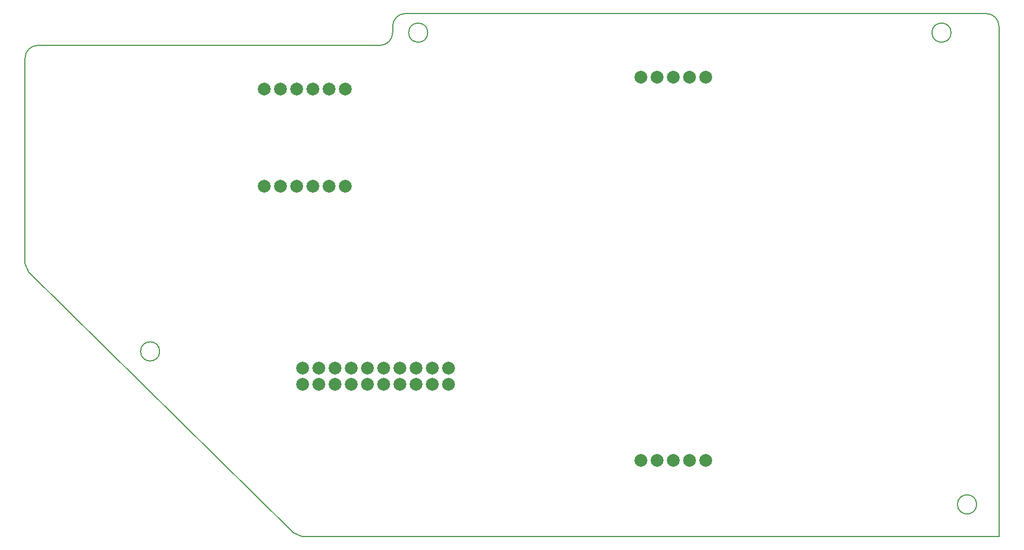
<source format=gbr>
G04 #@! TF.GenerationSoftware,KiCad,Pcbnew,5.1.5-52549c5~84~ubuntu18.04.1*
G04 #@! TF.CreationDate,2020-03-14T11:46:24+01:00*
G04 #@! TF.ProjectId,Fe203,46653230-332e-46b6-9963-61645f706362,rev?*
G04 #@! TF.SameCoordinates,Original*
G04 #@! TF.FileFunction,Copper,L2,Bot*
G04 #@! TF.FilePolarity,Positive*
%FSLAX46Y46*%
G04 Gerber Fmt 4.6, Leading zero omitted, Abs format (unit mm)*
G04 Created by KiCad (PCBNEW 5.1.5-52549c5~84~ubuntu18.04.1) date 2020-03-14 11:46:24*
%MOMM*%
%LPD*%
G04 APERTURE LIST*
G04 #@! TA.AperFunction,Profile*
%ADD10C,0.200000*%
G04 #@! TD*
G04 #@! TA.AperFunction,ComponentPad*
%ADD11C,2.000000*%
G04 #@! TD*
G04 APERTURE END LIST*
D10*
X106325985Y-137454210D02*
X107730129Y-138030000D01*
X64310008Y-95193254D02*
X64905850Y-96617463D01*
X214909985Y-56030000D02*
X123910000Y-56030000D01*
X209409985Y-59030000D02*
G75*
G03X209409985Y-59030000I-1500000J0D01*
G01*
X85410000Y-109030000D02*
G75*
G03X85410000Y-109030000I-1500000J0D01*
G01*
X107730129Y-138030000D02*
X216909985Y-138030000D01*
X64310009Y-63030001D02*
G75*
G02X66310008Y-61030000I2000000J1D01*
G01*
X64905850Y-96617463D02*
X106325985Y-137454210D01*
X121910000Y-58030000D02*
X121910000Y-59030000D01*
X119910000Y-61030000D02*
X66310009Y-61030000D01*
X214909985Y-56030000D02*
G75*
G02X216909985Y-58030000I0J-2000000D01*
G01*
X121910000Y-58030001D02*
G75*
G02X123909999Y-56030000I2000000J1D01*
G01*
X121910000Y-59030001D02*
G75*
G02X119909999Y-61030000I-2000000J1D01*
G01*
X64310008Y-95193254D02*
X64310008Y-63030000D01*
X216909985Y-58030000D02*
X216909985Y-138030000D01*
X213409985Y-133030000D02*
G75*
G03X213409985Y-133030000I-1500000J0D01*
G01*
X127410000Y-59030000D02*
G75*
G03X127410000Y-59030000I-1500000J0D01*
G01*
D11*
G04 #@! TO.P,CON1,2*
G04 #@! TO.N,B2*
X130670000Y-111680000D03*
G04 #@! TO.P,CON1,4*
G04 #@! TO.N,A2*
X128130000Y-111680000D03*
G04 #@! TO.P,CON1,6*
G04 #@! TO.N,DOT2*
X125590000Y-111680000D03*
G04 #@! TO.P,CON1,8*
G04 #@! TO.N,F2*
X123050000Y-111680000D03*
G04 #@! TO.P,CON1,10*
G04 #@! TO.N,G2*
X120510000Y-111680000D03*
G04 #@! TO.P,CON1,12*
G04 #@! TO.N,G1*
X117970000Y-111680000D03*
G04 #@! TO.P,CON1,14*
G04 #@! TO.N,C1*
X115430000Y-111680000D03*
G04 #@! TO.P,CON1,16*
G04 #@! TO.N,DP1*
X112890000Y-111680000D03*
G04 #@! TO.P,CON1,18*
G04 #@! TO.N,D1*
X110350000Y-111680000D03*
G04 #@! TO.P,CON1,20*
G04 #@! TO.N,E1*
X107810000Y-111680000D03*
G04 #@! TO.P,CON1,19*
G04 #@! TO.N,GND1_1*
X107810000Y-114220000D03*
G04 #@! TO.P,CON1,17*
G04 #@! TO.N,A1*
X110350000Y-114220000D03*
G04 #@! TO.P,CON1,15*
G04 #@! TO.N,F1*
X112890000Y-114220000D03*
G04 #@! TO.P,CON1,13*
G04 #@! TO.N,GND1_2*
X115430000Y-114220000D03*
G04 #@! TO.P,CON1,11*
G04 #@! TO.N,GND1_3*
X117970000Y-114220000D03*
G04 #@! TO.P,CON1,9*
G04 #@! TO.N,B1*
X120510000Y-114220000D03*
G04 #@! TO.P,CON1,7*
G04 #@! TO.N,GND2*
X123050000Y-114220000D03*
G04 #@! TO.P,CON1,5*
G04 #@! TO.N,E2*
X125590000Y-114220000D03*
G04 #@! TO.P,CON1,3*
G04 #@! TO.N,D2*
X128130000Y-114220000D03*
G04 #@! TO.P,CON1,1*
G04 #@! TO.N,C2*
X130670000Y-114220000D03*
G04 #@! TD*
G04 #@! TO.P,D1,12*
G04 #@! TO.N,GND1_1*
X101780000Y-67920000D03*
G04 #@! TO.P,D1,11*
G04 #@! TO.N,A1*
X104320000Y-67920000D03*
G04 #@! TO.P,D1,10*
G04 #@! TO.N,F1*
X106860000Y-67920000D03*
G04 #@! TO.P,D1,9*
G04 #@! TO.N,GND1_2*
X109400000Y-67920000D03*
G04 #@! TO.P,D1,8*
G04 #@! TO.N,GND1_3*
X111940000Y-67920000D03*
G04 #@! TO.P,D1,7*
G04 #@! TO.N,B1*
X114480000Y-67920000D03*
G04 #@! TO.P,D1,6*
G04 #@! TO.N,Net-(D1-Pad6)*
X114480000Y-83160000D03*
G04 #@! TO.P,D1,5*
G04 #@! TO.N,G1*
X111940000Y-83160000D03*
G04 #@! TO.P,D1,4*
G04 #@! TO.N,C1*
X109400000Y-83160000D03*
G04 #@! TO.P,D1,3*
G04 #@! TO.N,DP1*
X106860000Y-83160000D03*
G04 #@! TO.P,D1,2*
G04 #@! TO.N,D1*
X104320000Y-83160000D03*
G04 #@! TO.P,D1,1*
G04 #@! TO.N,E1*
X101780000Y-83160000D03*
G04 #@! TD*
G04 #@! TO.P,D2,6*
G04 #@! TO.N,B2*
X170990000Y-66020000D03*
G04 #@! TO.P,D2,5*
G04 #@! TO.N,GND2*
X170990000Y-126120000D03*
G04 #@! TO.P,D2,4*
G04 #@! TO.N,C2*
X168450000Y-126120000D03*
G04 #@! TO.P,D2,3*
G04 #@! TO.N,D2*
X165910000Y-126120000D03*
G04 #@! TO.P,D2,2*
G04 #@! TO.N,E2*
X163370000Y-126120000D03*
G04 #@! TO.P,D2,1*
G04 #@! TO.N,GND2*
X160830000Y-126120000D03*
G04 #@! TO.P,D2,7*
G04 #@! TO.N,A2*
X168450000Y-66020000D03*
G04 #@! TO.P,D2,8*
G04 #@! TO.N,DOT2*
X165910000Y-66020000D03*
G04 #@! TO.P,D2,9*
G04 #@! TO.N,F2*
X163370000Y-66020000D03*
G04 #@! TO.P,D2,10*
G04 #@! TO.N,G2*
X160830000Y-66020000D03*
G04 #@! TD*
M02*

</source>
